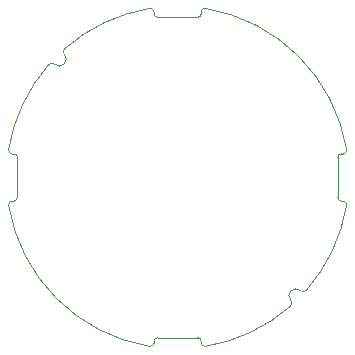
<source format=gko>
G04 Layer_Color=16711935*
%FSLAX25Y25*%
%MOIN*%
G70*
G01*
G75*
%ADD107C,0.00050*%
D107*
X97527Y18586D02*
G03*
X99230Y18659I816J853D01*
G01*
X99230Y18659D02*
G03*
X112720Y47141I-42843J37727D01*
G01*
X112719Y47140D02*
G03*
X111554Y48513I-1166J191D01*
G01*
X109778Y49694D02*
G03*
X110959Y48513I1181J0D01*
G01*
Y64261D02*
G03*
X109778Y63080I0J-1181D01*
G01*
X111554Y64261D02*
G03*
X112719Y65633I0J1181D01*
G01*
X112720Y65633D02*
G03*
X65633Y112720I-56333J-9246D01*
G01*
X65633Y112719D02*
G03*
X64261Y111554I-191J-1166D01*
G01*
X63080Y109778D02*
G03*
X64261Y110959I0J1181D01*
G01*
X48513D02*
G03*
X49694Y109778I1181J0D01*
G01*
X48513Y111554D02*
G03*
X47140Y112719I-1181J0D01*
G01*
X47141Y112720D02*
G03*
X18659Y99230I9246J-56333D01*
G01*
X18659Y99230D02*
G03*
X18586Y97527I781J-886D01*
G01*
X15246Y94187D02*
G03*
X18586Y97527I1633J1707D01*
G01*
X15246Y94187D02*
G03*
X13544Y94114I-816J-853D01*
G01*
X13544Y94114D02*
G03*
X54Y65633I42843J-37727D01*
G01*
X54Y65633D02*
G03*
X1219Y64261I1166J-191D01*
G01*
X2995Y63080D02*
G03*
X1814Y64261I-1181J0D01*
G01*
Y48513D02*
G03*
X2995Y49694I0J1181D01*
G01*
X1219Y48513D02*
G03*
X54Y47140I0J-1181D01*
G01*
X54Y47141D02*
G03*
X47141Y54I56333J9246D01*
G01*
X47140Y54D02*
G03*
X48513Y1219I191J1166D01*
G01*
X49694Y2995D02*
G03*
X48513Y1814I0J-1181D01*
G01*
X64261D02*
G03*
X63080Y2995I-1181J0D01*
G01*
X64261Y1219D02*
G03*
X65633Y54I1181J0D01*
G01*
X65633Y54D02*
G03*
X94114Y13544I-9246J56333D01*
G01*
X94114Y13544D02*
G03*
X94187Y15246I-781J886D01*
G01*
X97527Y18586D02*
G03*
X94187Y15246I-1633J-1707D01*
G01*
X110959Y48513D02*
X111554D01*
X109778Y49694D02*
Y63080D01*
X110959Y64261D02*
X111554D01*
X64261Y110959D02*
Y111554D01*
X49694Y109778D02*
X63080D01*
X48513Y110959D02*
Y111554D01*
X1219Y64261D02*
X1814D01*
X2995Y49694D02*
Y63080D01*
X1219Y48513D02*
X1814D01*
X48513Y1219D02*
Y1814D01*
X49694Y2995D02*
X63080D01*
X64261Y1219D02*
Y1814D01*
M02*

</source>
